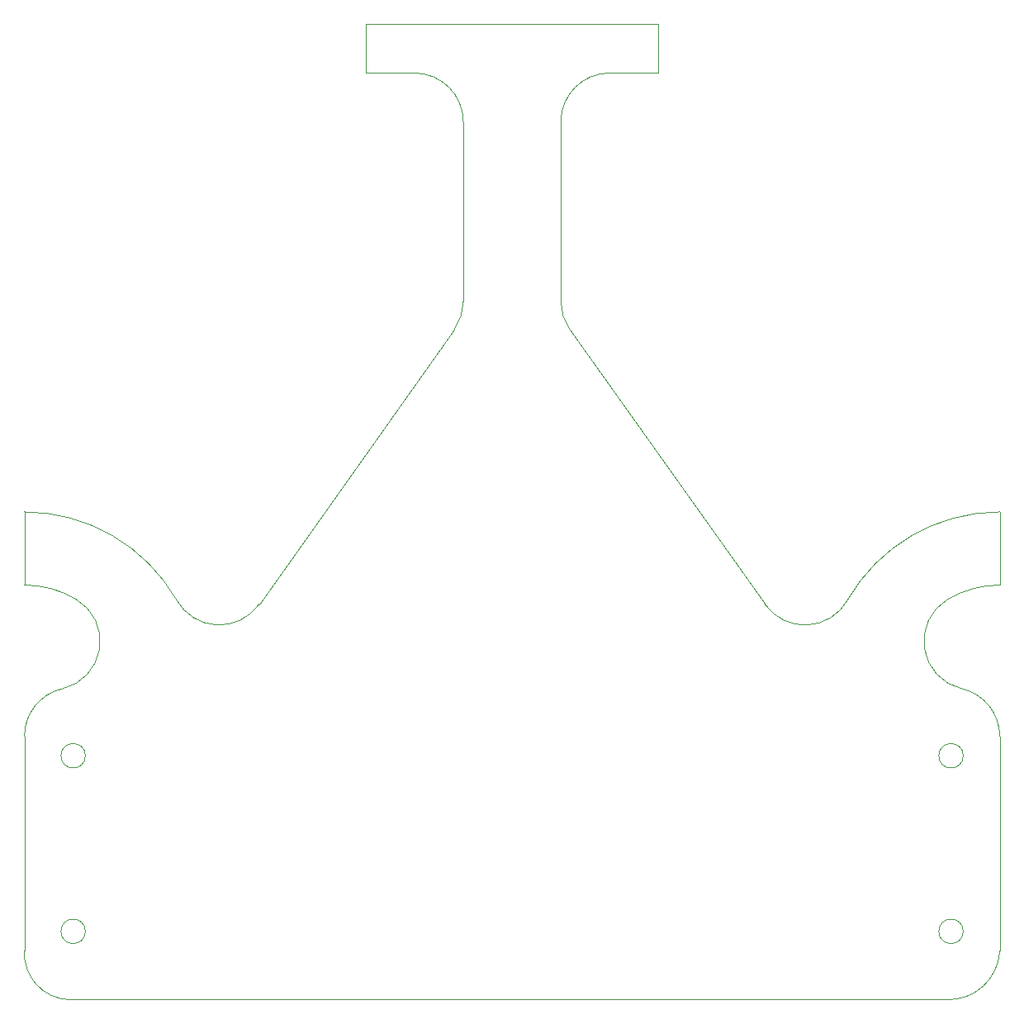
<source format=gm1>
G04 Layer_Color=16711935*
%FSLAX42Y42*%
%MOMM*%
G71*
G01*
G75*
%ADD45C,0.00*%
D45*
X4625Y-2500D02*
G03*
X4625Y-2500I-125J0D01*
G01*
X4625Y-4300D02*
G03*
X4625Y-4300I-125J0D01*
G01*
X4470Y-893D02*
G03*
X4611Y-1813I252J-432D01*
G01*
X5000Y-2300D02*
G03*
X4611Y-1813I-500J-0D01*
G01*
X4450Y-5000D02*
G03*
X5000Y-4500I25J525D01*
G01*
X-5000D02*
G03*
X-4550Y-5000I475J-25D01*
G01*
X-4611Y-1813D02*
G03*
X-5000Y-2300I111J-487D01*
G01*
X-4611Y-1813D02*
G03*
X-4470Y-893I-111J487D01*
G01*
D02*
G03*
X-5000Y-750I-530J-907D01*
G01*
X-3437Y-907D02*
G03*
X-5000Y-0I-1563J-893D01*
G01*
X-3437Y-907D02*
G03*
X-2595Y-949I434J248D01*
G01*
X-592Y1870D02*
G03*
X-500Y2160I-408J290D01*
G01*
Y4000D02*
G03*
X-1000Y4500I-500J0D01*
G01*
X1000D02*
G03*
X500Y4000I0J-500D01*
G01*
Y2160D02*
G03*
X592Y1870I500J0D01*
G01*
X2595Y-949D02*
G03*
X3437Y-907I408J290D01*
G01*
X5000Y-0D02*
G03*
X3437Y-907I-0J-1800D01*
G01*
X5000Y-750D02*
G03*
X4470Y-893I0J-1050D01*
G01*
X-4375Y-2500D02*
G03*
X-4375Y-2500I-125J0D01*
G01*
X-4375Y-4300D02*
G03*
X-4375Y-4300I-125J0D01*
G01*
X4625D02*
G03*
X4625Y-4300I-125J0D01*
G01*
X5000Y-4500D02*
Y-2300D01*
X-4550Y-5000D02*
X4450D01*
X-5000Y-4500D02*
Y-2300D01*
Y-750D02*
Y-0D01*
X-2595Y-949D02*
X-592Y1870D01*
X-500Y2160D02*
Y4000D01*
X-1500Y4500D02*
X-1000D01*
X-1500D02*
Y5000D01*
X1500D01*
Y4500D02*
Y5000D01*
X1000Y4500D02*
X1500D01*
X500Y2160D02*
Y4000D01*
X592Y1870D02*
X2595Y-949D01*
X5000Y-750D02*
Y-0D01*
M02*

</source>
